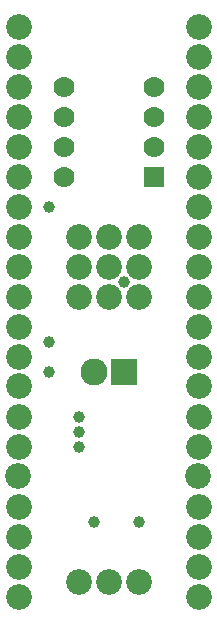
<source format=gbr>
G04 GERBER ASCII OUTPUT FROM: EDWIN 2000 (VER. 1.1 REV. 20011025)*
G04 GERBER FORMAT: RX-274-X*
G04 BOARD: 8-PIN_ADAPTER*
G04 ARTWORK OF SOLD.MASK POSITIVE*
%ASAXBY*%
%FSLAX23Y23*%
%MIA0B0*%
%MOIN*%
%OFA0.0000B0.0000*%
%SFA1B1*%
%IJA0B0*%
%INLAYER30POS*%
%IOA0B0*%
%IPPOS*%
%IR0*%
G04 APERTURE MACROS*
%AMEDWDONUT*
1,1,$1,$2,$3*
1,0,$4,$2,$3*
%
%AMEDWFRECT*
2,1,$1,$2,$3,$4,$5,$6*
%
%AMEDWORECT*
2,1,$1,$2,$3,$4,$5,$10*
2,1,$1,$4,$5,$6,$7,$10*
2,1,$1,$6,$7,$8,$9,$10*
2,1,$1,$8,$9,$2,$3,$10*
1,1,$1,$2,$3*
1,1,$1,$4,$5*
1,1,$1,$6,$7*
1,1,$1,$8,$9*
%
%AMEDWLINER*
2,1,$1,$2,$3,$4,$5,$6*
1,1,$1,$2,$3*
1,1,$1,$4,$5*
%
%AMEDWFTRNG*
4,1,3,$1,$2,$3,$4,$5,$6,$7,$8,$9*
%
%AMEDWATRNG*
4,1,3,$1,$2,$3,$4,$5,$6,$7,$8,$9*
2,1,$11,$1,$2,$3,$4,$10*
2,1,$11,$3,$4,$5,$6,$10*
2,1,$11,$5,$6,$7,$8,$10*
1,1,$11,$3,$4*
1,1,$11,$5,$6*
1,1,$11,$7,$8*
%
%AMEDWOTRNG*
2,1,$1,$2,$3,$4,$5,$8*
2,1,$1,$4,$5,$6,$7,$8*
2,1,$1,$6,$7,$2,$3,$8*
1,1,$1,$2,$3*
1,1,$1,$4,$5*
1,1,$1,$6,$7*
%
G04*
G04 APERTURE LIST*
%ADD10R,0.0700X0.0700*%
%ADD11R,0.0940X0.0940*%
%ADD12R,0.0600X0.0600*%
%ADD13R,0.0840X0.0840*%
%ADD14R,0.0900X0.0350*%
%ADD15R,0.1140X0.0590*%
%ADD16R,0.0800X0.0250*%
%ADD17R,0.1040X0.0490*%
%ADD18R,0.0900X0.0900*%
%ADD19R,0.1140X0.1140*%
%ADD20R,0.0800X0.0800*%
%ADD21R,0.1040X0.1040*%
%ADD22C,0.0010*%
%ADD24C,0.0020*%
%ADD25R,0.0020X0.0020*%
%ADD26C,0.0030*%
%ADD27R,0.0030X0.0030*%
%ADD28C,0.0040*%
%ADD29R,0.0040X0.0040*%
%ADD30C,0.0050*%
%ADD31R,0.0050X0.0050*%
%ADD32C,0.00787*%
%ADD33R,0.00787X0.00787*%
%ADD34C,0.0080*%
%ADD36C,0.00984*%
%ADD37R,0.00984X0.00984*%
%ADD38C,0.0120*%
%ADD40C,0.0120*%
%ADD42C,0.0130*%
%ADD44C,0.01378*%
%ADD46C,0.01969*%
%ADD47R,0.01969X0.01969*%
%ADD48C,0.0290*%
%ADD50C,0.03187*%
%ADD52C,0.0320*%
%ADD54C,0.0360*%
%ADD56C,0.0370*%
%ADD58C,0.03778*%
%ADD60C,0.03937*%
%ADD61R,0.03937X0.03937*%
%ADD62C,0.0480*%
%ADD63R,0.0480X0.0480*%
%ADD64C,0.0500*%
%ADD65R,0.0500X0.0500*%
%ADD66C,0.0540*%
%ADD67R,0.0540X0.0540*%
%ADD68C,0.0560*%
%ADD69R,0.0560X0.0560*%
%ADD70C,0.05906*%
%ADD71R,0.05906X0.05906*%
%ADD72C,0.0600*%
%ADD73R,0.0600X0.0600*%
%ADD74C,0.0620*%
%ADD75R,0.0620X0.0620*%
%ADD76C,0.06339*%
%ADD77R,0.06339X0.06339*%
%ADD78C,0.06906*%
%ADD79R,0.06906X0.06906*%
%ADD80C,0.0700*%
%ADD81R,0.0700X0.0700*%
%ADD82C,0.0720*%
%ADD83R,0.0720X0.0720*%
%ADD84C,0.0780*%
%ADD85R,0.0780X0.0780*%
%ADD86C,0.0800*%
%ADD87R,0.0800X0.0800*%
%ADD88C,0.0840*%
%ADD89R,0.0840X0.0840*%
%ADD90C,0.0860*%
%ADD92C,0.0900*%
%ADD93R,0.0900X0.0900*%
%ADD94C,0.0940*%
%ADD95R,0.0940X0.0940*%
%ADD96C,0.1040*%
%ADD97R,0.1040X0.1040*%
%ADD98C,0.1100*%
%ADD100C,0.1140*%
%ADD101R,0.1140X0.1140*%
%ADD103R,0.1600X0.1600*%
%ADD105R,0.1660X0.1660*%
%ADD107R,0.1840X0.1840*%
%ADD109R,0.1900X0.1900*%
%ADD110C,0.2900*%
%ADD111R,0.2900X0.2900*%
%ADD112C,0.3900*%
%ADD113R,0.3900X0.3900*%
%ADD114C,0.4900*%
%ADD115R,0.4900X0.4900*%
%ADD116C,0.5900*%
%ADD117R,0.5900X0.5900*%
%ADD118C,0.6900*%
%ADD119R,0.6900X0.6900*%
%ADD120C,0.7900*%
%ADD121R,0.7900X0.7900*%
%ADD122C,0.8900*%
%ADD123R,0.8900X0.8900*%
%ADD124C,0.9900*%
%ADD125R,0.9900X0.9900*%
%ADD126C,1.0900*%
%ADD127R,1.0900X1.0900*%
%ADD128C,1.1900*%
%ADD129R,1.1900X1.1900*%
%ADD130C,1.2900*%
%ADD131R,1.2900X1.2900*%
%ADD132C,1.3900*%
%ADD133R,1.3900X1.3900*%
%ADD134C,1.4900*%
%ADD135R,1.4900X1.4900*%
%ADD136C,1.5900*%
%ADD137R,1.5900X1.5900*%
%ADD138C,1.6900*%
%ADD139R,1.6900X1.6900*%
%ADD140C,1.7900*%
%ADD141R,1.7900X1.7900*%
%ADD142C,1.8900*%
%ADD143R,1.8900X1.8900*%
%ADD144C,1.9900*%
%ADD145R,1.9900X1.9900*%
G04*
D10* 
X550Y1450D02*D03*
D80* 
X550Y1550D02*D03*
X550Y1650D02*D03*
X550Y1750D02*D03*
X250Y1750D02*D03*
X250Y1650D02*D03*
X250Y1550D02*D03*
X250Y1450D02*D03*
D90* 
X700Y50D02*D03*
X700Y150D02*D03*
X700Y250D02*D03*
X700Y350D02*D03*
X698Y453D02*D03*
X700Y551D02*D03*
X700Y649D02*D03*
X700Y753D02*D03*
X700Y850D02*D03*
X700Y950D02*D03*
X700Y1050D02*D03*
X700Y1150D02*D03*
X700Y1250D02*D03*
X700Y1350D02*D03*
X700Y1450D02*D03*
X700Y1550D02*D03*
X700Y1650D02*D03*
X700Y1750D02*D03*
X700Y1850D02*D03*
X700Y1950D02*D03*
X100Y50D02*D03*
X100Y150D02*D03*
X100Y250D02*D03*
X100Y350D02*D03*
X98Y453D02*D03*
X100Y551D02*D03*
X100Y649D02*D03*
X100Y753D02*D03*
X100Y850D02*D03*
X100Y950D02*D03*
X100Y1050D02*D03*
X100Y1150D02*D03*
X100Y1250D02*D03*
X100Y1350D02*D03*
X100Y1450D02*D03*
X100Y1550D02*D03*
X100Y1650D02*D03*
X100Y1750D02*D03*
X100Y1850D02*D03*
X100Y1950D02*D03*
X500Y1250D02*D03*
X500Y1150D02*D03*
X500Y1050D02*D03*
X300Y1250D02*D03*
X300Y1150D02*D03*
X300Y1050D02*D03*
X400Y1250D02*D03*
X400Y1150D02*D03*
X400Y1050D02*D03*
D18* 
X450Y800D02*D03*
D92* 
X350Y800D02*D03*
D90* 
X500Y100D02*D03*
X400Y100D02*D03*
X300Y100D02*D03*
D60* 
X350Y300D02*D03*
X500Y300D02*D03*
X450Y1100D02*D03*
X200Y800D02*D03*
X200Y900D02*D03*
X200Y1350D02*D03*
X300Y600D02*D03*
X300Y550D02*D03*
X300Y650D02*D03*
M02*

</source>
